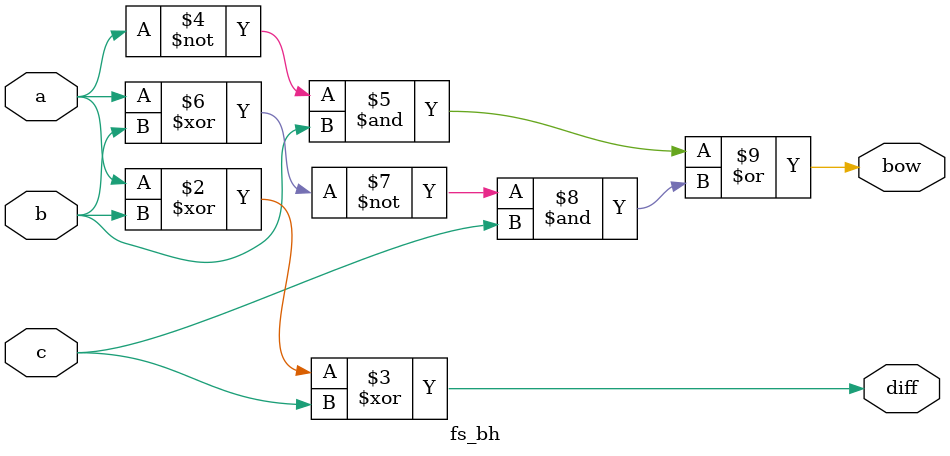
<source format=v>
`timescale 1ns / 1ps

module fs_bh(
    input a,b,c,
    output reg diff,bow
    );
 always@(a,b,c)
 begin
 diff=a^b^c;
 bow=(~a&b)|(~(a^b)&c);
 
 end
endmodule

</source>
